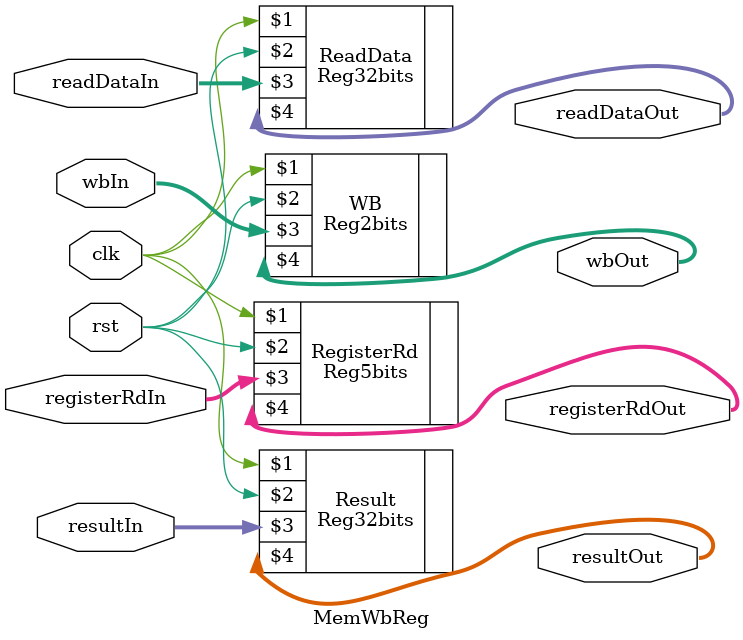
<source format=v>
module MemWbReg(clk, rst, wbIn, wbOut, readDataIn, readDataOut, resultIn, resultOut, registerRdIn, registerRdOut);
input clk, rst;
input [1:0]wbIn;
input [31:0]readDataIn, resultIn;
input [4:0]registerRdIn;
output wire[1:0]wbOut;
output wire[31:0]readDataOut ,resultOut;
output wire[4:0]registerRdOut;

Reg2bits WB(clk, rst, wbIn, wbOut);
Reg32bits Result(clk, rst, resultIn, resultOut);
Reg32bits ReadData(clk, rst, readDataIn, readDataOut);
Reg5bits RegisterRd(clk, rst, registerRdIn, registerRdOut);

endmodule

</source>
